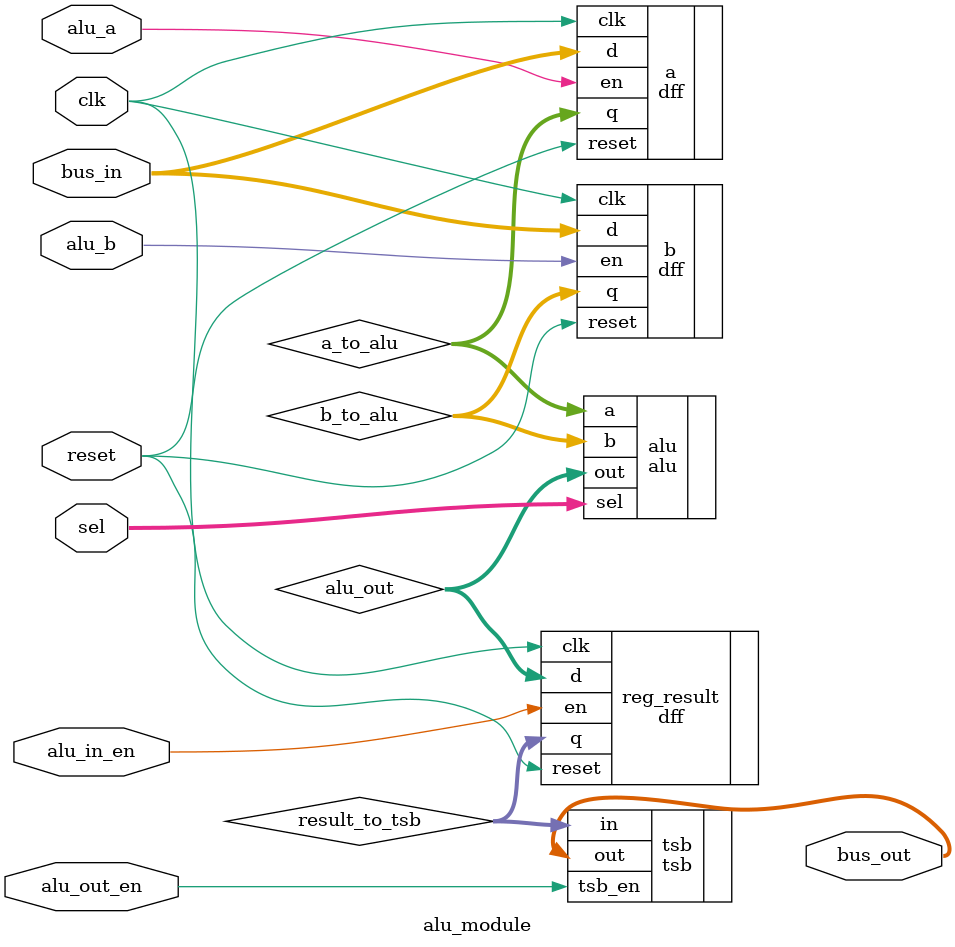
<source format=v>
module alu_module(
	input	reset,
	input	clk,
	input	[15:0]	bus_in,
	input	alu_a, //input 1
	input	alu_b, //input 2
	input	[3:0]	sel, //select input
	input	alu_in_en, //result dff enable
	input	alu_out_en, //tsb enable
	output wire [15:0] bus_out
);

//input 1 register
wire [15:0] a_to_alu;
dff a (
	.clk	(clk),
	.reset	(reset),
	.d		(bus_in),
	.en	(alu_a),
	.q		(a_to_alu)
);

//input 2 register
wire [15:0] b_to_alu;
dff b (
	.clk	(clk),
	.reset	(reset),
	.d		(bus_in),
	.en	(alu_b),
	.q		(b_to_alu)
);

//alu
wire [15:0]	alu_out;
alu alu (
	.a		(a_to_alu),
	.b		(b_to_alu),
	.sel	(sel),
	.out		(alu_out)
);

//result register
wire [15:0] result_to_tsb;
dff reg_result (
	.clk	(clk),
	.reset	(reset),
	.d		(alu_out),
	.en	(alu_in_en),
	.q		(result_to_tsb)
);

//tristate buffer
tsb tsb (
	.in		(result_to_tsb),
	.tsb_en	(alu_out_en),
	.out	(bus_out)
);

endmodule


</source>
